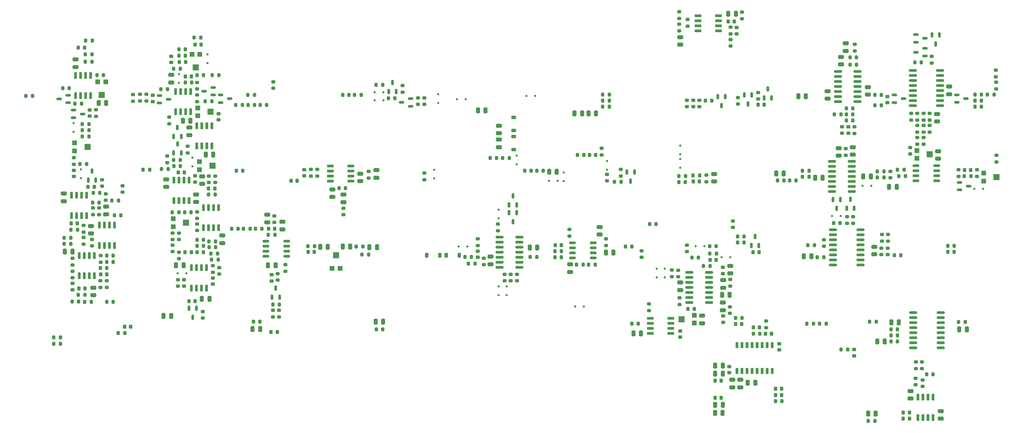
<source format=gbr>
%TF.GenerationSoftware,KiCad,Pcbnew,7.0.9*%
%TF.CreationDate,2023-12-31T11:37:50-06:00*%
%TF.ProjectId,SynthProj,53796e74-6850-4726-9f6a-2e6b69636164,rev?*%
%TF.SameCoordinates,Original*%
%TF.FileFunction,Paste,Top*%
%TF.FilePolarity,Positive*%
%FSLAX46Y46*%
G04 Gerber Fmt 4.6, Leading zero omitted, Abs format (unit mm)*
G04 Created by KiCad (PCBNEW 7.0.9) date 2023-12-31 11:37:50*
%MOMM*%
%LPD*%
G01*
G04 APERTURE LIST*
G04 Aperture macros list*
%AMRoundRect*
0 Rectangle with rounded corners*
0 $1 Rounding radius*
0 $2 $3 $4 $5 $6 $7 $8 $9 X,Y pos of 4 corners*
0 Add a 4 corners polygon primitive as box body*
4,1,4,$2,$3,$4,$5,$6,$7,$8,$9,$2,$3,0*
0 Add four circle primitives for the rounded corners*
1,1,$1+$1,$2,$3*
1,1,$1+$1,$4,$5*
1,1,$1+$1,$6,$7*
1,1,$1+$1,$8,$9*
0 Add four rect primitives between the rounded corners*
20,1,$1+$1,$2,$3,$4,$5,0*
20,1,$1+$1,$4,$5,$6,$7,0*
20,1,$1+$1,$6,$7,$8,$9,0*
20,1,$1+$1,$8,$9,$2,$3,0*%
G04 Aperture macros list end*
%ADD10RoundRect,0.250000X-0.475000X0.250000X-0.475000X-0.250000X0.475000X-0.250000X0.475000X0.250000X0*%
%ADD11R,1.200000X1.200000*%
%ADD12R,1.500000X1.600000*%
%ADD13RoundRect,0.200000X0.200000X0.275000X-0.200000X0.275000X-0.200000X-0.275000X0.200000X-0.275000X0*%
%ADD14RoundRect,0.200000X0.275000X-0.200000X0.275000X0.200000X-0.275000X0.200000X-0.275000X-0.200000X0*%
%ADD15RoundRect,0.150000X0.825000X0.150000X-0.825000X0.150000X-0.825000X-0.150000X0.825000X-0.150000X0*%
%ADD16RoundRect,0.125000X0.125000X0.125000X-0.125000X0.125000X-0.125000X-0.125000X0.125000X-0.125000X0*%
%ADD17RoundRect,0.200000X-0.275000X0.200000X-0.275000X-0.200000X0.275000X-0.200000X0.275000X0.200000X0*%
%ADD18RoundRect,0.250000X-0.250000X-0.475000X0.250000X-0.475000X0.250000X0.475000X-0.250000X0.475000X0*%
%ADD19RoundRect,0.250000X0.475000X-0.250000X0.475000X0.250000X-0.475000X0.250000X-0.475000X-0.250000X0*%
%ADD20RoundRect,0.200000X-0.200000X-0.275000X0.200000X-0.275000X0.200000X0.275000X-0.200000X0.275000X0*%
%ADD21RoundRect,0.125000X0.125000X-0.125000X0.125000X0.125000X-0.125000X0.125000X-0.125000X-0.125000X0*%
%ADD22RoundRect,0.225000X-0.225000X-0.250000X0.225000X-0.250000X0.225000X0.250000X-0.225000X0.250000X0*%
%ADD23RoundRect,0.150000X0.725000X0.150000X-0.725000X0.150000X-0.725000X-0.150000X0.725000X-0.150000X0*%
%ADD24RoundRect,0.225000X0.375000X-0.225000X0.375000X0.225000X-0.375000X0.225000X-0.375000X-0.225000X0*%
%ADD25RoundRect,0.150000X-0.825000X-0.150000X0.825000X-0.150000X0.825000X0.150000X-0.825000X0.150000X0*%
%ADD26RoundRect,0.225000X-0.375000X0.225000X-0.375000X-0.225000X0.375000X-0.225000X0.375000X0.225000X0*%
%ADD27RoundRect,0.150000X-0.725000X-0.150000X0.725000X-0.150000X0.725000X0.150000X-0.725000X0.150000X0*%
%ADD28RoundRect,0.150000X-0.512500X-0.150000X0.512500X-0.150000X0.512500X0.150000X-0.512500X0.150000X0*%
%ADD29RoundRect,0.150000X0.150000X-0.650000X0.150000X0.650000X-0.150000X0.650000X-0.150000X-0.650000X0*%
%ADD30RoundRect,0.150000X0.150000X-0.512500X0.150000X0.512500X-0.150000X0.512500X-0.150000X-0.512500X0*%
%ADD31RoundRect,0.125000X-0.125000X0.125000X-0.125000X-0.125000X0.125000X-0.125000X0.125000X0.125000X0*%
%ADD32RoundRect,0.150000X-0.150000X0.512500X-0.150000X-0.512500X0.150000X-0.512500X0.150000X0.512500X0*%
%ADD33RoundRect,0.225000X0.225000X0.250000X-0.225000X0.250000X-0.225000X-0.250000X0.225000X-0.250000X0*%
%ADD34RoundRect,0.150000X-0.837500X-0.150000X0.837500X-0.150000X0.837500X0.150000X-0.837500X0.150000X0*%
%ADD35RoundRect,0.150000X-0.150000X0.725000X-0.150000X-0.725000X0.150000X-0.725000X0.150000X0.725000X0*%
%ADD36RoundRect,0.250000X0.250000X0.475000X-0.250000X0.475000X-0.250000X-0.475000X0.250000X-0.475000X0*%
%ADD37RoundRect,0.150000X-0.675000X-0.150000X0.675000X-0.150000X0.675000X0.150000X-0.675000X0.150000X0*%
%ADD38R,1.600000X1.500000*%
%ADD39RoundRect,0.150000X0.512500X0.150000X-0.512500X0.150000X-0.512500X-0.150000X0.512500X-0.150000X0*%
%ADD40RoundRect,0.225000X0.250000X-0.225000X0.250000X0.225000X-0.250000X0.225000X-0.250000X-0.225000X0*%
%ADD41RoundRect,0.125000X-0.125000X-0.125000X0.125000X-0.125000X0.125000X0.125000X-0.125000X0.125000X0*%
%ADD42RoundRect,0.225000X-0.250000X0.225000X-0.250000X-0.225000X0.250000X-0.225000X0.250000X0.225000X0*%
%ADD43RoundRect,0.225000X-0.225000X-0.375000X0.225000X-0.375000X0.225000X0.375000X-0.225000X0.375000X0*%
%ADD44RoundRect,0.150000X0.150000X-0.725000X0.150000X0.725000X-0.150000X0.725000X-0.150000X-0.725000X0*%
%ADD45RoundRect,0.150000X0.837500X0.150000X-0.837500X0.150000X-0.837500X-0.150000X0.837500X-0.150000X0*%
%ADD46RoundRect,0.225000X0.225000X0.375000X-0.225000X0.375000X-0.225000X-0.375000X0.225000X-0.375000X0*%
G04 APERTURE END LIST*
D10*
%TO.C,C79*%
X325374000Y-180472000D03*
X325374000Y-182372000D03*
%TD*%
D11*
%TO.C,RV6*%
X393322400Y-180267600D03*
D12*
X396572400Y-181267600D03*
D11*
X393322400Y-182267600D03*
%TD*%
D13*
%TO.C,R291*%
X350625000Y-198450000D03*
X348975000Y-198450000D03*
%TD*%
D14*
%TO.C,R57*%
X163918600Y-178016400D03*
X163918600Y-176366400D03*
%TD*%
D15*
%TO.C,U28*%
X361529400Y-162179000D03*
X361529400Y-160909000D03*
X361529400Y-159639000D03*
X361529400Y-158369000D03*
X361529400Y-157099000D03*
X361529400Y-155829000D03*
X361529400Y-154559000D03*
X356579400Y-154559000D03*
X356579400Y-155829000D03*
X356579400Y-157099000D03*
X356579400Y-158369000D03*
X356579400Y-159639000D03*
X356579400Y-160909000D03*
X356579400Y-162179000D03*
%TD*%
D16*
%TO.C,D24*%
X280214000Y-160728200D03*
X278014000Y-160728200D03*
%TD*%
D17*
%TO.C,R219*%
X318516000Y-198425800D03*
X318516000Y-200075800D03*
%TD*%
D13*
%TO.C,R4*%
X385891400Y-198615800D03*
X384241400Y-198615800D03*
%TD*%
D18*
%TO.C,C147*%
X341000000Y-180300000D03*
X342900000Y-180300000D03*
%TD*%
D19*
%TO.C,C110*%
X322275200Y-218145400D03*
X322275200Y-216245400D03*
%TD*%
D20*
%TO.C,R263*%
X358686600Y-163908400D03*
X360336600Y-163908400D03*
%TD*%
D21*
%TO.C,D27*%
X254750000Y-181600000D03*
X254750000Y-179400000D03*
%TD*%
D14*
%TO.C,R290*%
X358851200Y-192900800D03*
X358851200Y-191250800D03*
%TD*%
D17*
%TO.C,R286*%
X329438000Y-207112600D03*
X329438000Y-208762600D03*
%TD*%
D20*
%TO.C,R91*%
X189065400Y-153898600D03*
X190715400Y-153898600D03*
%TD*%
D10*
%TO.C,C87*%
X316825000Y-207875000D03*
X316825000Y-209775000D03*
%TD*%
D18*
%TO.C,C88*%
X327350000Y-210950000D03*
X329250000Y-210950000D03*
%TD*%
D20*
%TO.C,R60*%
X165025000Y-211010000D03*
X166675000Y-211010000D03*
%TD*%
D17*
%TO.C,R185*%
X194945000Y-160529000D03*
X194945000Y-162179000D03*
%TD*%
D19*
%TO.C,C41*%
X236093000Y-182306000D03*
X236093000Y-180406000D03*
%TD*%
D13*
%TO.C,R28*%
X392772400Y-163449000D03*
X391122400Y-163449000D03*
%TD*%
D22*
%TO.C,C20*%
X163195000Y-192977000D03*
X164745000Y-192977000D03*
%TD*%
D23*
%TO.C,U13*%
X326475800Y-144322800D03*
X326475800Y-143052800D03*
X326475800Y-141782800D03*
X326475800Y-140512800D03*
X321325800Y-140512800D03*
X321325800Y-141782800D03*
X321325800Y-143052800D03*
X321325800Y-144322800D03*
%TD*%
D17*
%TO.C,R120*%
X215315800Y-205600800D03*
X215315800Y-207250800D03*
%TD*%
D24*
%TO.C,D21*%
X274777200Y-169455600D03*
X274777200Y-166155600D03*
%TD*%
D14*
%TO.C,R208*%
X214100000Y-216525000D03*
X214100000Y-214875000D03*
%TD*%
D22*
%TO.C,C107*%
X320077800Y-182334400D03*
X321627800Y-182334400D03*
%TD*%
D13*
%TO.C,R87*%
X193611000Y-157378400D03*
X191961000Y-157378400D03*
%TD*%
D17*
%TO.C,R154*%
X272491200Y-205804000D03*
X272491200Y-207454000D03*
%TD*%
D13*
%TO.C,R55*%
X167092600Y-177965600D03*
X165442600Y-177965600D03*
%TD*%
D19*
%TO.C,C36*%
X382524000Y-242250000D03*
X382524000Y-240350000D03*
%TD*%
D20*
%TO.C,R282*%
X366525000Y-181350000D03*
X368175000Y-181350000D03*
%TD*%
D13*
%TO.C,R134*%
X270496800Y-176416200D03*
X268846800Y-176416200D03*
%TD*%
D19*
%TO.C,C81*%
X268960600Y-203250800D03*
X268960600Y-201350800D03*
%TD*%
D14*
%TO.C,R22*%
X379730000Y-169889600D03*
X379730000Y-168239600D03*
%TD*%
%TO.C,R285*%
X329300000Y-215650000D03*
X329300000Y-214000000D03*
%TD*%
D13*
%TO.C,R141*%
X244871800Y-161395600D03*
X243221800Y-161395600D03*
%TD*%
D20*
%TO.C,R245*%
X240144800Y-219710000D03*
X241794800Y-219710000D03*
%TD*%
D25*
%TO.C,U15*%
X271275000Y-196440000D03*
X271275000Y-197710000D03*
X271275000Y-198980000D03*
X271275000Y-200250000D03*
X271275000Y-201520000D03*
X271275000Y-202790000D03*
X271275000Y-204060000D03*
X276225000Y-204060000D03*
X276225000Y-202790000D03*
X276225000Y-201520000D03*
X276225000Y-200250000D03*
X276225000Y-198980000D03*
X276225000Y-197710000D03*
X276225000Y-196440000D03*
%TD*%
D14*
%TO.C,R174*%
X316650000Y-213400000D03*
X316650000Y-211750000D03*
%TD*%
D17*
%TO.C,R51*%
X170200000Y-189075000D03*
X170200000Y-190725000D03*
%TD*%
D26*
%TO.C,D20*%
X274777200Y-171032400D03*
X274777200Y-174332400D03*
%TD*%
D20*
%TO.C,R189*%
X194958200Y-155498800D03*
X196608200Y-155498800D03*
%TD*%
D17*
%TO.C,R50*%
X168700000Y-189075000D03*
X168700000Y-190725000D03*
%TD*%
D10*
%TO.C,C94*%
X196189600Y-181041000D03*
X196189600Y-182941000D03*
%TD*%
D13*
%TO.C,R70*%
X190374400Y-190128600D03*
X188724400Y-190128600D03*
%TD*%
%TO.C,R186*%
X212518600Y-163041800D03*
X210868600Y-163041800D03*
%TD*%
D14*
%TO.C,R298*%
X358571800Y-175729400D03*
X358571800Y-174079400D03*
%TD*%
D19*
%TO.C,C76*%
X271100000Y-170200000D03*
X271100000Y-168300000D03*
%TD*%
D17*
%TO.C,R194*%
X198958200Y-203632800D03*
X198958200Y-205282800D03*
%TD*%
D19*
%TO.C,C58*%
X212623400Y-192643800D03*
X212623400Y-190743800D03*
%TD*%
D27*
%TO.C,U11*%
X228565000Y-178499000D03*
X228565000Y-179769000D03*
X228565000Y-181039000D03*
X228565000Y-182309000D03*
X233715000Y-182309000D03*
X233715000Y-181039000D03*
X233715000Y-179769000D03*
X233715000Y-178499000D03*
%TD*%
D20*
%TO.C,R150*%
X263398000Y-203098400D03*
X265048000Y-203098400D03*
%TD*%
D14*
%TO.C,R203*%
X194945000Y-191693800D03*
X194945000Y-190043800D03*
%TD*%
%TO.C,R6*%
X369798600Y-181444400D03*
X369798600Y-179794400D03*
%TD*%
D20*
%TO.C,R270*%
X341325000Y-182100000D03*
X342975000Y-182100000D03*
%TD*%
D13*
%TO.C,R63*%
X165100000Y-212660000D03*
X163450000Y-212660000D03*
%TD*%
D22*
%TO.C,C30*%
X190221400Y-180044800D03*
X191771400Y-180044800D03*
%TD*%
D27*
%TO.C,U20*%
X309235400Y-216890600D03*
X309235400Y-218160600D03*
X309235400Y-219430600D03*
X309235400Y-220700600D03*
X314385400Y-220700600D03*
X314385400Y-219430600D03*
X314385400Y-218160600D03*
X314385400Y-216890600D03*
%TD*%
D13*
%TO.C,R102*%
X371588800Y-222758000D03*
X369938800Y-222758000D03*
%TD*%
D19*
%TO.C,C35*%
X374904000Y-237170000D03*
X374904000Y-235270000D03*
%TD*%
D28*
%TO.C,Q4*%
X376201800Y-145275800D03*
X376201800Y-147175800D03*
X378476800Y-146225800D03*
%TD*%
D20*
%TO.C,R199*%
X197967600Y-198983600D03*
X199617600Y-198983600D03*
%TD*%
D13*
%TO.C,R135*%
X241773000Y-157992000D03*
X240123000Y-157992000D03*
%TD*%
D17*
%TO.C,R29*%
X379730000Y-165202600D03*
X379730000Y-166852600D03*
%TD*%
D29*
%TO.C,U31*%
X331110000Y-230200000D03*
X332380000Y-230200000D03*
X333650000Y-230200000D03*
X334920000Y-230200000D03*
X336190000Y-230200000D03*
X337460000Y-230200000D03*
X338730000Y-230200000D03*
X340000000Y-230200000D03*
X340000000Y-223700000D03*
X338730000Y-223700000D03*
X337460000Y-223700000D03*
X336190000Y-223700000D03*
X334920000Y-223700000D03*
X333650000Y-223700000D03*
X332380000Y-223700000D03*
X331110000Y-223700000D03*
%TD*%
D19*
%TO.C,C142*%
X331978000Y-234310000D03*
X331978000Y-232410000D03*
%TD*%
D18*
%TO.C,C82*%
X278831000Y-199009000D03*
X280731000Y-199009000D03*
%TD*%
D22*
%TO.C,C34*%
X170624400Y-205804000D03*
X172174400Y-205804000D03*
%TD*%
D16*
%TO.C,D18*%
X263075600Y-198755000D03*
X260875600Y-198755000D03*
%TD*%
D14*
%TO.C,R90*%
X176149000Y-185102000D03*
X176149000Y-183452000D03*
%TD*%
D10*
%TO.C,C42*%
X229108000Y-184343000D03*
X229108000Y-186243000D03*
%TD*%
D13*
%TO.C,R171*%
X332892800Y-196215000D03*
X331242800Y-196215000D03*
%TD*%
D17*
%TO.C,R35*%
X163547000Y-205028000D03*
X163547000Y-206678000D03*
%TD*%
%TO.C,R12*%
X378162500Y-171272200D03*
X378162500Y-172922200D03*
%TD*%
D14*
%TO.C,R58*%
X163525000Y-203410000D03*
X163525000Y-201760000D03*
%TD*%
D13*
%TO.C,R184*%
X200431400Y-155486600D03*
X198781400Y-155486600D03*
%TD*%
D30*
%TO.C,Q9*%
X167515000Y-181990000D03*
X169415000Y-181990000D03*
X168465000Y-179715000D03*
%TD*%
D14*
%TO.C,R3*%
X231902000Y-190754000D03*
X231902000Y-189104000D03*
%TD*%
D17*
%TO.C,R278*%
X338455000Y-217615000D03*
X338455000Y-219265000D03*
%TD*%
D18*
%TO.C,C64*%
X325562000Y-240792000D03*
X327462000Y-240792000D03*
%TD*%
D17*
%TO.C,R20*%
X375056400Y-165202600D03*
X375056400Y-166852600D03*
%TD*%
D13*
%TO.C,R211*%
X306234600Y-218287600D03*
X304584600Y-218287600D03*
%TD*%
D14*
%TO.C,R302*%
X367550000Y-200825000D03*
X367550000Y-199175000D03*
%TD*%
D10*
%TO.C,C25*%
X188400000Y-155450000D03*
X188400000Y-157350000D03*
%TD*%
D20*
%TO.C,R121*%
X222923600Y-198678800D03*
X224573600Y-198678800D03*
%TD*%
D16*
%TO.C,D82*%
X364980400Y-183489600D03*
X362780400Y-183489600D03*
%TD*%
D14*
%TO.C,R109*%
X377901200Y-234124000D03*
X377901200Y-232474000D03*
%TD*%
D31*
%TO.C,D37*%
X310845200Y-204348400D03*
X310845200Y-206548400D03*
%TD*%
D20*
%TO.C,R264*%
X358686600Y-166956400D03*
X360336600Y-166956400D03*
%TD*%
D10*
%TO.C,C11*%
X384606800Y-158409600D03*
X384606800Y-160309600D03*
%TD*%
D20*
%TO.C,R288*%
X348755200Y-218211400D03*
X350405200Y-218211400D03*
%TD*%
D17*
%TO.C,R96*%
X172186600Y-207430600D03*
X172186600Y-209080600D03*
%TD*%
D13*
%TO.C,R85*%
X192025000Y-149000000D03*
X190375000Y-149000000D03*
%TD*%
D16*
%TO.C,D1*%
X393195600Y-184243600D03*
X390995600Y-184243600D03*
%TD*%
D13*
%TO.C,R187*%
X209460600Y-163030400D03*
X207810600Y-163030400D03*
%TD*%
D32*
%TO.C,Q15*%
X275550000Y-190212500D03*
X273650000Y-190212500D03*
X274600000Y-192487500D03*
%TD*%
D13*
%TO.C,R113*%
X236784600Y-198740400D03*
X235134600Y-198740400D03*
%TD*%
D17*
%TO.C,R76*%
X194462400Y-180898800D03*
X194462400Y-182548800D03*
%TD*%
D33*
%TO.C,C32*%
X193561000Y-155829000D03*
X192011000Y-155829000D03*
%TD*%
D14*
%TO.C,R98*%
X376245000Y-229572600D03*
X376245000Y-227922600D03*
%TD*%
D33*
%TO.C,C45*%
X233250000Y-160488000D03*
X231700000Y-160488000D03*
%TD*%
D20*
%TO.C,R300*%
X351350000Y-201450000D03*
X353000000Y-201450000D03*
%TD*%
D18*
%TO.C,C115*%
X238419600Y-198983600D03*
X240319600Y-198983600D03*
%TD*%
D34*
%TO.C,U2*%
X375431700Y-154292800D03*
X375431700Y-155562800D03*
X375431700Y-156832800D03*
X375431700Y-158102800D03*
X375431700Y-159372800D03*
X375431700Y-160642800D03*
X375431700Y-161912800D03*
X375431700Y-163182800D03*
X382356700Y-163182800D03*
X382356700Y-161912800D03*
X382356700Y-160642800D03*
X382356700Y-159372800D03*
X382356700Y-158102800D03*
X382356700Y-156832800D03*
X382356700Y-155562800D03*
X382356700Y-154292800D03*
%TD*%
D35*
%TO.C,U8*%
X174091600Y-193348400D03*
X172821600Y-193348400D03*
X171551600Y-193348400D03*
X170281600Y-193348400D03*
X170281600Y-198498400D03*
X171551600Y-198498400D03*
X172821600Y-198498400D03*
X174091600Y-198498400D03*
%TD*%
D20*
%TO.C,R100*%
X387007600Y-217830400D03*
X388657600Y-217830400D03*
%TD*%
%TO.C,R44*%
X164180000Y-162740000D03*
X165830000Y-162740000D03*
%TD*%
D36*
%TO.C,C63*%
X327528000Y-228854000D03*
X325628000Y-228854000D03*
%TD*%
D22*
%TO.C,C90*%
X324319600Y-202146400D03*
X325869600Y-202146400D03*
%TD*%
D13*
%TO.C,R10*%
X385891400Y-200139800D03*
X384241400Y-200139800D03*
%TD*%
D36*
%TO.C,C74*%
X299958800Y-200343000D03*
X298058800Y-200343000D03*
%TD*%
D14*
%TO.C,R279*%
X336400000Y-161525000D03*
X336400000Y-159875000D03*
%TD*%
D17*
%TO.C,R124*%
X316560200Y-139535400D03*
X316560200Y-141185400D03*
%TD*%
D14*
%TO.C,R201*%
X194970400Y-194716400D03*
X194970400Y-193066400D03*
%TD*%
D37*
%TO.C,U12*%
X212309800Y-197434200D03*
X212309800Y-198704200D03*
X212309800Y-199974200D03*
X212309800Y-201244200D03*
X217559800Y-201244200D03*
X217559800Y-199974200D03*
X217559800Y-198704200D03*
X217559800Y-197434200D03*
%TD*%
D14*
%TO.C,R202*%
X196418200Y-216814400D03*
X196418200Y-215164400D03*
%TD*%
D19*
%TO.C,C28*%
X194691000Y-187513000D03*
X194691000Y-185613000D03*
%TD*%
D14*
%TO.C,R81*%
X195000000Y-159025000D03*
X195000000Y-157375000D03*
%TD*%
%TO.C,R146*%
X267233400Y-203352400D03*
X267233400Y-201702400D03*
%TD*%
D28*
%TO.C,Q20*%
X200868700Y-160517800D03*
X200868700Y-162417800D03*
X203143700Y-161467800D03*
%TD*%
D11*
%TO.C,RV25*%
X228997000Y-204238000D03*
D38*
X229997000Y-200988000D03*
D11*
X230997000Y-204238000D03*
%TD*%
D19*
%TO.C,C89*%
X327600000Y-209150000D03*
X327600000Y-207250000D03*
%TD*%
D39*
%TO.C,Q3*%
X378476800Y-150681000D03*
X378476800Y-148781000D03*
X376201800Y-149731000D03*
%TD*%
D10*
%TO.C,C95*%
X201269600Y-196001600D03*
X201269600Y-197901600D03*
%TD*%
D20*
%TO.C,R213*%
X309055000Y-193065400D03*
X310705000Y-193065400D03*
%TD*%
D22*
%TO.C,C146*%
X340850000Y-234700000D03*
X342400000Y-234700000D03*
%TD*%
D20*
%TO.C,R178*%
X207773000Y-160515800D03*
X209423000Y-160515800D03*
%TD*%
D10*
%TO.C,C12*%
X381533400Y-165293000D03*
X381533400Y-167193000D03*
%TD*%
D40*
%TO.C,C114*%
X221996000Y-180925000D03*
X221996000Y-179375000D03*
%TD*%
D31*
%TO.C,D26*%
X255778000Y-160326800D03*
X255778000Y-162526800D03*
%TD*%
D10*
%TO.C,C51*%
X216500000Y-192550000D03*
X216500000Y-194450000D03*
%TD*%
D20*
%TO.C,R73*%
X186017400Y-179247800D03*
X187667400Y-179247800D03*
%TD*%
D41*
%TO.C,D15*%
X239746400Y-159820800D03*
X241946400Y-159820800D03*
%TD*%
D17*
%TO.C,R188*%
X190423800Y-200203800D03*
X190423800Y-201853800D03*
%TD*%
%TO.C,R145*%
X296976800Y-174003200D03*
X296976800Y-175653200D03*
%TD*%
D31*
%TO.C,D3*%
X165697600Y-179337200D03*
X165697600Y-181537200D03*
%TD*%
D30*
%TO.C,Q18*%
X243300000Y-159637500D03*
X245200000Y-159637500D03*
X244250000Y-157362500D03*
%TD*%
D11*
%TO.C,RV45*%
X195126200Y-163783000D03*
D12*
X198376200Y-164783000D03*
D11*
X195126200Y-165783000D03*
%TD*%
D17*
%TO.C,R155*%
X298297600Y-180556400D03*
X298297600Y-182206400D03*
%TD*%
D33*
%TO.C,C105*%
X199428400Y-184112400D03*
X197878400Y-184112400D03*
%TD*%
D20*
%TO.C,R103*%
X369938800Y-221234000D03*
X371588800Y-221234000D03*
%TD*%
D36*
%TO.C,C15*%
X188402000Y-216331800D03*
X186502000Y-216331800D03*
%TD*%
%TO.C,C6*%
X163535400Y-200025000D03*
X161635400Y-200025000D03*
%TD*%
D14*
%TO.C,R18*%
X374751600Y-175437800D03*
X374751600Y-173787800D03*
%TD*%
D37*
%TO.C,U1*%
X376258000Y-178372000D03*
X376258000Y-179642000D03*
X376258000Y-180912000D03*
X376258000Y-182182000D03*
X381508000Y-182182000D03*
X381508000Y-180912000D03*
X381508000Y-179642000D03*
X381508000Y-178372000D03*
%TD*%
D42*
%TO.C,C8*%
X369064400Y-160934600D03*
X369064400Y-162484600D03*
%TD*%
D20*
%TO.C,R244*%
X236538000Y-200837800D03*
X238188000Y-200837800D03*
%TD*%
D13*
%TO.C,R196*%
X196582800Y-197091800D03*
X194932800Y-197091800D03*
%TD*%
D17*
%TO.C,R130*%
X318643000Y-141465800D03*
X318643000Y-143115800D03*
%TD*%
D18*
%TO.C,C69*%
X283750000Y-179900000D03*
X285650000Y-179900000D03*
%TD*%
D13*
%TO.C,R5*%
X392772400Y-160451800D03*
X391122400Y-160451800D03*
%TD*%
D21*
%TO.C,D30*%
X271018000Y-191664000D03*
X271018000Y-189464000D03*
%TD*%
D14*
%TO.C,R19*%
X376613100Y-166852600D03*
X376613100Y-165202600D03*
%TD*%
D22*
%TO.C,C102*%
X192925400Y-212585800D03*
X194475400Y-212585800D03*
%TD*%
D18*
%TO.C,C99*%
X387162000Y-219710000D03*
X389062000Y-219710000D03*
%TD*%
D13*
%TO.C,R207*%
X199516000Y-185661800D03*
X197866000Y-185661800D03*
%TD*%
D20*
%TO.C,R197*%
X198450200Y-200588400D03*
X200100200Y-200588400D03*
%TD*%
D42*
%TO.C,C103*%
X198958200Y-206718400D03*
X198958200Y-208268400D03*
%TD*%
D20*
%TO.C,R289*%
X355486200Y-192850000D03*
X357136200Y-192850000D03*
%TD*%
%TO.C,R159*%
X290665400Y-203377800D03*
X292315400Y-203377800D03*
%TD*%
%TO.C,R215*%
X300225000Y-182400000D03*
X301875000Y-182400000D03*
%TD*%
%TO.C,R193*%
X194932800Y-198641200D03*
X196582800Y-198641200D03*
%TD*%
D28*
%TO.C,Q6*%
X386593500Y-160467000D03*
X386593500Y-162367000D03*
X388868500Y-161417000D03*
%TD*%
D20*
%TO.C,R83*%
X174104800Y-190931800D03*
X175754800Y-190931800D03*
%TD*%
D17*
%TO.C,R304*%
X369100000Y-199175000D03*
X369100000Y-200825000D03*
%TD*%
D36*
%TO.C,C37*%
X368361000Y-222758000D03*
X366461000Y-222758000D03*
%TD*%
D17*
%TO.C,R179*%
X214198200Y-157164000D03*
X214198200Y-158814000D03*
%TD*%
D11*
%TO.C,RV39*%
X320392200Y-218119200D03*
D12*
X317142200Y-217119200D03*
D11*
X320392200Y-216119200D03*
%TD*%
D36*
%TO.C,C47*%
X233580200Y-198740400D03*
X231680200Y-198740400D03*
%TD*%
D35*
%TO.C,U3*%
X168125000Y-155565000D03*
X166855000Y-155565000D03*
X165585000Y-155565000D03*
X164315000Y-155565000D03*
X164315000Y-160715000D03*
X165585000Y-160715000D03*
X166855000Y-160715000D03*
X168125000Y-160715000D03*
%TD*%
D36*
%TO.C,C75*%
X292059400Y-165164000D03*
X290159400Y-165164000D03*
%TD*%
D11*
%TO.C,RV11*%
X164070000Y-172630000D03*
D12*
X167320000Y-173630000D03*
D11*
X164070000Y-174630000D03*
%TD*%
D13*
%TO.C,R32*%
X162725000Y-158850000D03*
X161075000Y-158850000D03*
%TD*%
D19*
%TO.C,C162*%
X360293400Y-175608600D03*
X360293400Y-173708600D03*
%TD*%
D17*
%TO.C,R151*%
X275666200Y-205791800D03*
X275666200Y-207441800D03*
%TD*%
D14*
%TO.C,R1*%
X396417800Y-155917400D03*
X396417800Y-154267400D03*
%TD*%
D32*
%TO.C,Q26*%
X194828200Y-214343900D03*
X192928200Y-214343900D03*
X193878200Y-216618900D03*
%TD*%
D21*
%TO.C,D4*%
X193776600Y-178524400D03*
X193776600Y-176324400D03*
%TD*%
D17*
%TO.C,R23*%
X391617200Y-179426600D03*
X391617200Y-181076600D03*
%TD*%
D31*
%TO.C,D29*%
X273024600Y-208844200D03*
X273024600Y-211044200D03*
%TD*%
D18*
%TO.C,C98*%
X370017000Y-217932000D03*
X371917000Y-217932000D03*
%TD*%
D17*
%TO.C,R294*%
X353050000Y-197075000D03*
X353050000Y-198725000D03*
%TD*%
D22*
%TO.C,C68*%
X325602000Y-236982000D03*
X327152000Y-236982000D03*
%TD*%
D19*
%TO.C,C96*%
X192989200Y-168737200D03*
X192989200Y-170637200D03*
%TD*%
D17*
%TO.C,R54*%
X170675000Y-201091000D03*
X170675000Y-202741000D03*
%TD*%
D33*
%TO.C,C71*%
X286816800Y-198438000D03*
X285266800Y-198438000D03*
%TD*%
%TO.C,C151*%
X337962400Y-162987600D03*
X336412400Y-162987600D03*
%TD*%
D41*
%TO.C,D11*%
X290322000Y-213957400D03*
X292522000Y-213957400D03*
%TD*%
D10*
%TO.C,C4*%
X381787400Y-174716400D03*
X381787400Y-176616400D03*
%TD*%
D18*
%TO.C,C148*%
X346588000Y-160846000D03*
X348488000Y-160846000D03*
%TD*%
D20*
%TO.C,R7*%
X365902600Y-160515800D03*
X367552600Y-160515800D03*
%TD*%
D41*
%TO.C,D35*%
X190009600Y-205511400D03*
X192209600Y-205511400D03*
%TD*%
D22*
%TO.C,C59*%
X222973600Y-200152000D03*
X224523600Y-200152000D03*
%TD*%
D28*
%TO.C,Q7*%
X163785000Y-164350000D03*
X163785000Y-166250000D03*
X166060000Y-165300000D03*
%TD*%
D20*
%TO.C,R295*%
X347625000Y-179600000D03*
X349275000Y-179600000D03*
%TD*%
D36*
%TO.C,C43*%
X364850000Y-181050000D03*
X362950000Y-181050000D03*
%TD*%
D17*
%TO.C,R27*%
X380234900Y-150811000D03*
X380234900Y-152461000D03*
%TD*%
D20*
%TO.C,R127*%
X297269400Y-163462200D03*
X298919400Y-163462200D03*
%TD*%
D28*
%TO.C,Q12*%
X185506500Y-160664400D03*
X185506500Y-162564400D03*
X187781500Y-161614400D03*
%TD*%
D20*
%TO.C,R36*%
X166800000Y-152100000D03*
X168450000Y-152100000D03*
%TD*%
D14*
%TO.C,R175*%
X323400000Y-182400000D03*
X323400000Y-180750000D03*
%TD*%
D13*
%TO.C,R214*%
X304634400Y-198780400D03*
X302984400Y-198780400D03*
%TD*%
D36*
%TO.C,C2*%
X172019000Y-162560000D03*
X170119000Y-162560000D03*
%TD*%
D14*
%TO.C,R164*%
X314706000Y-206375000D03*
X314706000Y-204725000D03*
%TD*%
D17*
%TO.C,R273*%
X331400000Y-161175000D03*
X331400000Y-162825000D03*
%TD*%
D19*
%TO.C,C158*%
X358571800Y-149387600D03*
X358571800Y-147487600D03*
%TD*%
D10*
%TO.C,C78*%
X271100000Y-171784800D03*
X271100000Y-173684800D03*
%TD*%
D20*
%TO.C,R173*%
X318707000Y-214503000D03*
X320357000Y-214503000D03*
%TD*%
D13*
%TO.C,R41*%
X176720000Y-220649800D03*
X175070000Y-220649800D03*
%TD*%
D14*
%TO.C,R69*%
X188798200Y-200089000D03*
X188798200Y-198439000D03*
%TD*%
D15*
%TO.C,U29*%
X360056200Y-184925200D03*
X360056200Y-183655200D03*
X360056200Y-182385200D03*
X360056200Y-181115200D03*
X360056200Y-179845200D03*
X360056200Y-178575200D03*
X360056200Y-177305200D03*
X355106200Y-177305200D03*
X355106200Y-178575200D03*
X355106200Y-179845200D03*
X355106200Y-181115200D03*
X355106200Y-182385200D03*
X355106200Y-183655200D03*
X355106200Y-184925200D03*
%TD*%
D40*
%TO.C,C72*%
X265760200Y-201473400D03*
X265760200Y-199923400D03*
%TD*%
D17*
%TO.C,R17*%
X378162500Y-165202600D03*
X378162500Y-166852600D03*
%TD*%
D21*
%TO.C,D14*%
X271018000Y-211044200D03*
X271018000Y-208844200D03*
%TD*%
D14*
%TO.C,R129*%
X318465200Y-163486600D03*
X318465200Y-161836600D03*
%TD*%
%TO.C,R138*%
X288848800Y-196126600D03*
X288848800Y-194476600D03*
%TD*%
D13*
%TO.C,R40*%
X167675000Y-169425000D03*
X166025000Y-169425000D03*
%TD*%
D31*
%TO.C,D25*%
X275539200Y-175798800D03*
X275539200Y-177998800D03*
%TD*%
D33*
%TO.C,C9*%
X390055400Y-179489600D03*
X388505400Y-179489600D03*
%TD*%
D36*
%TO.C,C44*%
X352700000Y-181400000D03*
X350800000Y-181400000D03*
%TD*%
D17*
%TO.C,R301*%
X369240400Y-195733400D03*
X369240400Y-197383400D03*
%TD*%
D10*
%TO.C,C14*%
X161366200Y-185435200D03*
X161366200Y-187335200D03*
%TD*%
D36*
%TO.C,C116*%
X241894400Y-217728800D03*
X239994400Y-217728800D03*
%TD*%
D14*
%TO.C,R42*%
X169515000Y-165900000D03*
X169515000Y-164250000D03*
%TD*%
%TO.C,R97*%
X170586400Y-209080600D03*
X170586400Y-207430600D03*
%TD*%
D10*
%TO.C,C161*%
X356717600Y-173929000D03*
X356717600Y-175829000D03*
%TD*%
D43*
%TO.C,D22*%
X257760200Y-201015600D03*
X261060200Y-201015600D03*
%TD*%
D42*
%TO.C,C18*%
X167885000Y-164300000D03*
X167885000Y-165850000D03*
%TD*%
D19*
%TO.C,C65*%
X316814200Y-147812800D03*
X316814200Y-145912800D03*
%TD*%
D14*
%TO.C,R74*%
X187400000Y-177600000D03*
X187400000Y-175950000D03*
%TD*%
D13*
%TO.C,R221*%
X321677800Y-180810400D03*
X320027800Y-180810400D03*
%TD*%
D17*
%TO.C,R144*%
X265760200Y-196851000D03*
X265760200Y-198501000D03*
%TD*%
D13*
%TO.C,R14*%
X373239800Y-179374800D03*
X371589800Y-179374800D03*
%TD*%
D17*
%TO.C,R65*%
X180594000Y-162026600D03*
X180594000Y-160376600D03*
%TD*%
D18*
%TO.C,C23*%
X189650000Y-203525000D03*
X191550000Y-203525000D03*
%TD*%
D20*
%TO.C,R106*%
X373012200Y-242240000D03*
X374662200Y-242240000D03*
%TD*%
%TO.C,R26*%
X388455400Y-181013600D03*
X390105400Y-181013600D03*
%TD*%
%TO.C,R182*%
X203675000Y-194297800D03*
X205325000Y-194297800D03*
%TD*%
D40*
%TO.C,C104*%
X191617600Y-208750200D03*
X191617600Y-207200200D03*
%TD*%
D19*
%TO.C,C3*%
X168757600Y-211058800D03*
X168757600Y-209158800D03*
%TD*%
D44*
%TO.C,U10*%
X376732800Y-241944600D03*
X378002800Y-241944600D03*
X379272800Y-241944600D03*
X380542800Y-241944600D03*
X380542800Y-236794600D03*
X379272800Y-236794600D03*
X378002800Y-236794600D03*
X376732800Y-236794600D03*
%TD*%
D30*
%TO.C,Q11*%
X189050000Y-171037500D03*
X190950000Y-171037500D03*
X190000000Y-168762500D03*
%TD*%
D13*
%TO.C,R67*%
X193446800Y-190128600D03*
X191796800Y-190128600D03*
%TD*%
D42*
%TO.C,C143*%
X329184000Y-229082000D03*
X329184000Y-230632000D03*
%TD*%
D20*
%TO.C,R78*%
X189065400Y-176898800D03*
X190715400Y-176898800D03*
%TD*%
D10*
%TO.C,C40*%
X296500000Y-193870000D03*
X296500000Y-195770000D03*
%TD*%
D14*
%TO.C,R34*%
X163525000Y-209735000D03*
X163525000Y-208085000D03*
%TD*%
D36*
%TO.C,C5*%
X371383600Y-183743600D03*
X369483600Y-183743600D03*
%TD*%
D14*
%TO.C,R72*%
X190347600Y-197014600D03*
X190347600Y-195364600D03*
%TD*%
D25*
%TO.C,U16*%
X319089000Y-205335800D03*
X319089000Y-206605800D03*
X319089000Y-207875800D03*
X319089000Y-209145800D03*
X319089000Y-210415800D03*
X319089000Y-211685800D03*
X319089000Y-212955800D03*
X324039000Y-212955800D03*
X324039000Y-211685800D03*
X324039000Y-210415800D03*
X324039000Y-209145800D03*
X324039000Y-207875800D03*
X324039000Y-206605800D03*
X324039000Y-205335800D03*
%TD*%
D33*
%TO.C,C152*%
X339867000Y-220827600D03*
X338317000Y-220827600D03*
%TD*%
D13*
%TO.C,R89*%
X187475000Y-159050000D03*
X185825000Y-159050000D03*
%TD*%
D17*
%TO.C,R152*%
X252277600Y-161262200D03*
X252277600Y-162912200D03*
%TD*%
D19*
%TO.C,C48*%
X240131600Y-181391600D03*
X240131600Y-179491600D03*
%TD*%
D13*
%TO.C,R75*%
X195886400Y-146062000D03*
X194236400Y-146062000D03*
%TD*%
D14*
%TO.C,R161*%
X270789400Y-194767200D03*
X270789400Y-193117200D03*
%TD*%
D20*
%TO.C,R170*%
X324269600Y-200571600D03*
X325919600Y-200571600D03*
%TD*%
D14*
%TO.C,R110*%
X376174000Y-233666800D03*
X376174000Y-232016800D03*
%TD*%
D31*
%TO.C,D5*%
X190350000Y-155250000D03*
X190350000Y-157450000D03*
%TD*%
D40*
%TO.C,C150*%
X341800000Y-224850000D03*
X341800000Y-223300000D03*
%TD*%
D10*
%TO.C,C39*%
X289025000Y-203300000D03*
X289025000Y-205200000D03*
%TD*%
D16*
%TO.C,D31*%
X322918000Y-198692000D03*
X320718000Y-198692000D03*
%TD*%
D40*
%TO.C,C61*%
X320065400Y-163436600D03*
X320065400Y-161886600D03*
%TD*%
D13*
%TO.C,R166*%
X324319400Y-203721200D03*
X322669400Y-203721200D03*
%TD*%
D16*
%TO.C,D9*%
X285884800Y-182219600D03*
X283684800Y-182219600D03*
%TD*%
D20*
%TO.C,R47*%
X168775000Y-185250000D03*
X170425000Y-185250000D03*
%TD*%
D17*
%TO.C,R200*%
X200507600Y-204076800D03*
X200507600Y-205726800D03*
%TD*%
D20*
%TO.C,R45*%
X166040000Y-167850000D03*
X167690000Y-167850000D03*
%TD*%
D32*
%TO.C,Q21*%
X334852000Y-160516800D03*
X332952000Y-160516800D03*
X333902000Y-162791800D03*
%TD*%
D20*
%TO.C,R280*%
X359626400Y-152908000D03*
X361276400Y-152908000D03*
%TD*%
D33*
%TO.C,C100*%
X193484800Y-200190600D03*
X191934800Y-200190600D03*
%TD*%
D10*
%TO.C,C50*%
X365750000Y-198850000D03*
X365750000Y-200750000D03*
%TD*%
D44*
%TO.C,U19*%
X196596000Y-194069200D03*
X197866000Y-194069200D03*
X199136000Y-194069200D03*
X200406000Y-194069200D03*
X200406000Y-188919200D03*
X199136000Y-188919200D03*
X197866000Y-188919200D03*
X196596000Y-188919200D03*
%TD*%
D13*
%TO.C,R136*%
X282257000Y-179616600D03*
X280607000Y-179616600D03*
%TD*%
D17*
%TO.C,R275*%
X360857800Y-147739600D03*
X360857800Y-149389600D03*
%TD*%
D36*
%TO.C,C97*%
X199059800Y-175539400D03*
X197159800Y-175539400D03*
%TD*%
D20*
%TO.C,R277*%
X330725000Y-216825000D03*
X332375000Y-216825000D03*
%TD*%
D13*
%TO.C,R30*%
X168450000Y-150290000D03*
X166800000Y-150290000D03*
%TD*%
D18*
%TO.C,C60*%
X226024400Y-198831200D03*
X227924400Y-198831200D03*
%TD*%
D33*
%TO.C,C19*%
X169025000Y-183740000D03*
X167475000Y-183740000D03*
%TD*%
D20*
%TO.C,R117*%
X214075000Y-213400000D03*
X215725000Y-213400000D03*
%TD*%
D44*
%TO.C,U17*%
X194843400Y-173419000D03*
X196113400Y-173419000D03*
X197383400Y-173419000D03*
X198653400Y-173419000D03*
X198653400Y-168269000D03*
X197383400Y-168269000D03*
X196113400Y-168269000D03*
X194843400Y-168269000D03*
%TD*%
D13*
%TO.C,R276*%
X361251000Y-151003000D03*
X359601000Y-151003000D03*
%TD*%
D17*
%TO.C,R118*%
X214426800Y-191046600D03*
X214426800Y-192696600D03*
%TD*%
D14*
%TO.C,R217*%
X307086000Y-201510400D03*
X307086000Y-199860400D03*
%TD*%
D20*
%TO.C,R16*%
X365888000Y-163132000D03*
X367538000Y-163132000D03*
%TD*%
D14*
%TO.C,R205*%
X215600000Y-216525000D03*
X215600000Y-214875000D03*
%TD*%
D22*
%TO.C,C91*%
X335128000Y-200253600D03*
X336678000Y-200253600D03*
%TD*%
D19*
%TO.C,C1*%
X231902000Y-187577000D03*
X231902000Y-185677000D03*
%TD*%
D13*
%TO.C,R160*%
X279225000Y-179600000D03*
X277575000Y-179600000D03*
%TD*%
D14*
%TO.C,R284*%
X327650000Y-217925000D03*
X327650000Y-216275000D03*
%TD*%
%TO.C,R209*%
X197916800Y-182626000D03*
X197916800Y-180976000D03*
%TD*%
D40*
%TO.C,C56*%
X213715600Y-207480200D03*
X213715600Y-205930200D03*
%TD*%
D14*
%TO.C,R21*%
X376599700Y-169887400D03*
X376599700Y-168237400D03*
%TD*%
D40*
%TO.C,C21*%
X163867800Y-181090400D03*
X163867800Y-179540400D03*
%TD*%
D17*
%TO.C,R71*%
X178765200Y-160439600D03*
X178765200Y-162089600D03*
%TD*%
D21*
%TO.C,D12*%
X287400000Y-182300000D03*
X287400000Y-180100000D03*
%TD*%
D20*
%TO.C,R167*%
X324244200Y-198692000D03*
X325894200Y-198692000D03*
%TD*%
D35*
%TO.C,U4*%
X167106600Y-185804600D03*
X165836600Y-185804600D03*
X164566600Y-185804600D03*
X163296600Y-185804600D03*
X163296600Y-190954600D03*
X164566600Y-190954600D03*
X165836600Y-190954600D03*
X167106600Y-190954600D03*
%TD*%
D20*
%TO.C,R31*%
X164975000Y-148600000D03*
X166625000Y-148600000D03*
%TD*%
D13*
%TO.C,R181*%
X208325000Y-194272400D03*
X206675000Y-194272400D03*
%TD*%
D20*
%TO.C,R176*%
X357378000Y-224790000D03*
X359028000Y-224790000D03*
%TD*%
D31*
%TO.C,D34*%
X197570600Y-150278400D03*
X197570600Y-152478400D03*
%TD*%
D17*
%TO.C,R183*%
X192608200Y-173469800D03*
X192608200Y-175119800D03*
%TD*%
%TO.C,R132*%
X329457200Y-143433200D03*
X329457200Y-145083200D03*
%TD*%
D13*
%TO.C,R33*%
X168525000Y-146750000D03*
X166875000Y-146750000D03*
%TD*%
D20*
%TO.C,R48*%
X161455600Y-196570600D03*
X163105600Y-196570600D03*
%TD*%
D18*
%TO.C,C77*%
X293664600Y-165164000D03*
X295564600Y-165164000D03*
%TD*%
D17*
%TO.C,R165*%
X332375000Y-139625000D03*
X332375000Y-141275000D03*
%TD*%
%TO.C,R80*%
X187934600Y-166103800D03*
X187934600Y-167753800D03*
%TD*%
D14*
%TO.C,R15*%
X386994400Y-181076600D03*
X386994400Y-179426600D03*
%TD*%
D18*
%TO.C,C66*%
X328919800Y-140004800D03*
X330819800Y-140004800D03*
%TD*%
D17*
%TO.C,R11*%
X396519400Y-175781200D03*
X396519400Y-177431200D03*
%TD*%
D21*
%TO.C,D6*%
X316788800Y-178887800D03*
X316788800Y-176687800D03*
%TD*%
D20*
%TO.C,R198*%
X198615800Y-202107800D03*
X200265800Y-202107800D03*
%TD*%
D17*
%TO.C,R99*%
X377769000Y-227913300D03*
X377769000Y-229563300D03*
%TD*%
D13*
%TO.C,R140*%
X273671800Y-176416200D03*
X272021800Y-176416200D03*
%TD*%
%TO.C,R191*%
X198675000Y-162090600D03*
X197025000Y-162090600D03*
%TD*%
D14*
%TO.C,R297*%
X367690400Y-197383400D03*
X367690400Y-195733400D03*
%TD*%
D40*
%TO.C,C106*%
X316788800Y-221628000D03*
X316788800Y-220078000D03*
%TD*%
D16*
%TO.C,D83*%
X357284200Y-191110600D03*
X355084200Y-191110600D03*
%TD*%
D13*
%TO.C,R82*%
X175107600Y-187172600D03*
X173457600Y-187172600D03*
%TD*%
D42*
%TO.C,C157*%
X327558400Y-204050800D03*
X327558400Y-205600800D03*
%TD*%
D17*
%TO.C,R169*%
X330098400Y-192342000D03*
X330098400Y-193992000D03*
%TD*%
D20*
%TO.C,R156*%
X262509000Y-201371200D03*
X264159000Y-201371200D03*
%TD*%
D34*
%TO.C,U30*%
X355337500Y-194555000D03*
X355337500Y-195825000D03*
X355337500Y-197095000D03*
X355337500Y-198365000D03*
X355337500Y-199635000D03*
X355337500Y-200905000D03*
X355337500Y-202175000D03*
X355337500Y-203445000D03*
X362262500Y-203445000D03*
X362262500Y-202175000D03*
X362262500Y-200905000D03*
X362262500Y-199635000D03*
X362262500Y-198365000D03*
X362262500Y-197095000D03*
X362262500Y-195825000D03*
X362262500Y-194555000D03*
%TD*%
D20*
%TO.C,R59*%
X158839400Y-223291400D03*
X160489400Y-223291400D03*
%TD*%
D30*
%TO.C,Q13*%
X213850000Y-211537500D03*
X215750000Y-211537500D03*
X214800000Y-209262500D03*
%TD*%
D19*
%TO.C,C137*%
X364159800Y-160436600D03*
X364159800Y-158536600D03*
%TD*%
D13*
%TO.C,R119*%
X214575000Y-195783200D03*
X212925000Y-195783200D03*
%TD*%
D36*
%TO.C,C53*%
X327528000Y-230886000D03*
X325628000Y-230886000D03*
%TD*%
D41*
%TO.C,D16*%
X239746400Y-161852800D03*
X241946400Y-161852800D03*
%TD*%
D13*
%TO.C,R180*%
X211325000Y-194284600D03*
X209675000Y-194284600D03*
%TD*%
D40*
%TO.C,C31*%
X183800000Y-160625000D03*
X183800000Y-162175000D03*
%TD*%
D20*
%TO.C,R148*%
X278956000Y-201396600D03*
X280606000Y-201396600D03*
%TD*%
D31*
%TO.C,D17*%
X298348400Y-177182600D03*
X298348400Y-179382600D03*
%TD*%
D35*
%TO.C,U5*%
X169030000Y-201035000D03*
X167760000Y-201035000D03*
X166490000Y-201035000D03*
X165220000Y-201035000D03*
X165220000Y-206185000D03*
X166490000Y-206185000D03*
X167760000Y-206185000D03*
X169030000Y-206185000D03*
%TD*%
D39*
%TO.C,Q16*%
X248837500Y-163350000D03*
X248837500Y-161450000D03*
X246562500Y-162400000D03*
%TD*%
D20*
%TO.C,R283*%
X351942400Y-218211400D03*
X353592400Y-218211400D03*
%TD*%
D13*
%TO.C,R107*%
X365873800Y-242773200D03*
X364223800Y-242773200D03*
%TD*%
D32*
%TO.C,Q24*%
X357210400Y-186886500D03*
X355310400Y-186886500D03*
X356260400Y-189161500D03*
%TD*%
D17*
%TO.C,R216*%
X301800000Y-179325000D03*
X301800000Y-180975000D03*
%TD*%
%TO.C,R122*%
X217220800Y-203391000D03*
X217220800Y-205041000D03*
%TD*%
D45*
%TO.C,U9*%
X382462500Y-224345000D03*
X382462500Y-223075000D03*
X382462500Y-221805000D03*
X382462500Y-220535000D03*
X382462500Y-219265000D03*
X382462500Y-217995000D03*
X382462500Y-216725000D03*
X382462500Y-215455000D03*
X375537500Y-215455000D03*
X375537500Y-216725000D03*
X375537500Y-217995000D03*
X375537500Y-219265000D03*
X375537500Y-220535000D03*
X375537500Y-221805000D03*
X375537500Y-223075000D03*
X375537500Y-224345000D03*
%TD*%
D14*
%TO.C,R49*%
X166370000Y-198183000D03*
X166370000Y-196533000D03*
%TD*%
D46*
%TO.C,D23*%
X256158000Y-201000000D03*
X252858000Y-201000000D03*
%TD*%
D36*
%TO.C,C38*%
X366100400Y-240944400D03*
X364200400Y-240944400D03*
%TD*%
D20*
%TO.C,R94*%
X170575200Y-204203800D03*
X172225200Y-204203800D03*
%TD*%
D17*
%TO.C,R123*%
X321640200Y-161836600D03*
X321640200Y-163486600D03*
%TD*%
D20*
%TO.C,R61*%
X158839400Y-221742000D03*
X160489400Y-221742000D03*
%TD*%
D11*
%TO.C,RV16*%
X195583400Y-177384200D03*
D12*
X198833400Y-178384200D03*
D11*
X195583400Y-179384200D03*
%TD*%
D19*
%TO.C,C16*%
X172034200Y-190627000D03*
X172034200Y-188727000D03*
%TD*%
D13*
%TO.C,R162*%
X321400000Y-201600000D03*
X319750000Y-201600000D03*
%TD*%
D17*
%TO.C,R210*%
X199491600Y-180976000D03*
X199491600Y-182626000D03*
%TD*%
D13*
%TO.C,R206*%
X215226400Y-220370400D03*
X213576400Y-220370400D03*
%TD*%
D33*
%TO.C,C46*%
X220231000Y-182182000D03*
X218681000Y-182182000D03*
%TD*%
D14*
%TO.C,R137*%
X246750000Y-159825000D03*
X246750000Y-158175000D03*
%TD*%
D42*
%TO.C,C101*%
X200400000Y-165225000D03*
X200400000Y-166775000D03*
%TD*%
D13*
%TO.C,R287*%
X349275000Y-181150000D03*
X347625000Y-181150000D03*
%TD*%
D14*
%TO.C,R56*%
X166370000Y-195135000D03*
X166370000Y-193485000D03*
%TD*%
D13*
%TO.C,R218*%
X318096400Y-182549800D03*
X316446400Y-182549800D03*
%TD*%
D20*
%TO.C,R142*%
X285204400Y-199962000D03*
X286854400Y-199962000D03*
%TD*%
%TO.C,R157*%
X293688000Y-203340200D03*
X295338000Y-203340200D03*
%TD*%
D13*
%TO.C,R104*%
X374662200Y-240665000D03*
X373012200Y-240665000D03*
%TD*%
D10*
%TO.C,C138*%
X354000000Y-159550000D03*
X354000000Y-161450000D03*
%TD*%
D17*
%TO.C,R114*%
X238226600Y-179845200D03*
X238226600Y-181495200D03*
%TD*%
D13*
%TO.C,R116*%
X210825000Y-217700000D03*
X209175000Y-217700000D03*
%TD*%
D22*
%TO.C,C62*%
X328891600Y-141960600D03*
X330441600Y-141960600D03*
%TD*%
D13*
%TO.C,R62*%
X168275000Y-212710000D03*
X166625000Y-212710000D03*
%TD*%
D11*
%TO.C,RV15*%
X188928600Y-191773800D03*
D12*
X192178600Y-192773800D03*
D11*
X188928600Y-193773800D03*
%TD*%
D20*
%TO.C,R266*%
X358686600Y-165432400D03*
X360336600Y-165432400D03*
%TD*%
D10*
%TO.C,C159*%
X329387200Y-203685600D03*
X329387200Y-205585600D03*
%TD*%
D20*
%TO.C,R64*%
X181356000Y-179388000D03*
X183006000Y-179388000D03*
%TD*%
D14*
%TO.C,R13*%
X378162500Y-169889600D03*
X378162500Y-168239600D03*
%TD*%
D32*
%TO.C,Q14*%
X328152800Y-160914500D03*
X326252800Y-160914500D03*
X327202800Y-163189500D03*
%TD*%
D17*
%TO.C,R131*%
X329457200Y-146532000D03*
X329457200Y-148182000D03*
%TD*%
D19*
%TO.C,C141*%
X329946000Y-234310000D03*
X329946000Y-232410000D03*
%TD*%
D37*
%TO.C,U14*%
X289629600Y-197810800D03*
X289629600Y-199080800D03*
X289629600Y-200350800D03*
X289629600Y-201620800D03*
X294879600Y-201620800D03*
X294879600Y-200350800D03*
X294879600Y-199080800D03*
X294879600Y-197810800D03*
%TD*%
D10*
%TO.C,C156*%
X357378000Y-150942000D03*
X357378000Y-152842000D03*
%TD*%
D33*
%TO.C,C67*%
X327133000Y-232664000D03*
X325583000Y-232664000D03*
%TD*%
D30*
%TO.C,Q23*%
X358764800Y-189110700D03*
X360664800Y-189110700D03*
X359714800Y-186835700D03*
%TD*%
D21*
%TO.C,D7*%
X316788800Y-175509600D03*
X316788800Y-173309600D03*
%TD*%
D36*
%TO.C,C26*%
X193278800Y-167005000D03*
X191378800Y-167005000D03*
%TD*%
D13*
%TO.C,R115*%
X232422200Y-184087000D03*
X230772200Y-184087000D03*
%TD*%
D20*
%TO.C,R293*%
X366525000Y-179800000D03*
X368175000Y-179800000D03*
%TD*%
D14*
%TO.C,R147*%
X252250000Y-181925000D03*
X252250000Y-180275000D03*
%TD*%
D20*
%TO.C,R172*%
X331241800Y-197789800D03*
X332891800Y-197789800D03*
%TD*%
D30*
%TO.C,Q19*%
X334742900Y-198521900D03*
X336642900Y-198521900D03*
X335692900Y-196246900D03*
%TD*%
D28*
%TO.C,Q2*%
X387208600Y-182603600D03*
X387208600Y-184503600D03*
X389483600Y-183553600D03*
%TD*%
D13*
%TO.C,R43*%
X170275000Y-187650000D03*
X168625000Y-187650000D03*
%TD*%
D22*
%TO.C,C10*%
X391172400Y-161950400D03*
X392722400Y-161950400D03*
%TD*%
D20*
%TO.C,R269*%
X344375000Y-182100000D03*
X346025000Y-182100000D03*
%TD*%
D17*
%TO.C,R163*%
X330987400Y-143448600D03*
X330987400Y-145098600D03*
%TD*%
D22*
%TO.C,C22*%
X165125000Y-209359000D03*
X166675000Y-209359000D03*
%TD*%
D41*
%TO.C,D13*%
X260520000Y-161608000D03*
X262720000Y-161608000D03*
%TD*%
D33*
%TO.C,C57*%
X214525000Y-194250000D03*
X212975000Y-194250000D03*
%TD*%
D21*
%TO.C,D2*%
X163840000Y-169850000D03*
X163840000Y-167650000D03*
%TD*%
D32*
%TO.C,Q5*%
X382175500Y-145367700D03*
X380275500Y-145367700D03*
X381225500Y-147642700D03*
%TD*%
D30*
%TO.C,Q22*%
X337950000Y-161237500D03*
X339850000Y-161237500D03*
X338900000Y-158962500D03*
%TD*%
D13*
%TO.C,R303*%
X372425000Y-201000000D03*
X370775000Y-201000000D03*
%TD*%
D32*
%TO.C,Q27*%
X305250000Y-179962500D03*
X303350000Y-179962500D03*
X304300000Y-182237500D03*
%TD*%
D20*
%TO.C,R101*%
X364579400Y-217754200D03*
X366229400Y-217754200D03*
%TD*%
D36*
%TO.C,C49*%
X349875000Y-201200000D03*
X347975000Y-201200000D03*
%TD*%
D18*
%TO.C,C52*%
X212850000Y-203500000D03*
X214750000Y-203500000D03*
%TD*%
D20*
%TO.C,R108*%
X378905000Y-231013000D03*
X380555000Y-231013000D03*
%TD*%
D13*
%TO.C,R111*%
X236361000Y-160491600D03*
X234711000Y-160491600D03*
%TD*%
D18*
%TO.C,C55*%
X208950000Y-219600000D03*
X210850000Y-219600000D03*
%TD*%
D14*
%TO.C,R86*%
X171958000Y-187134000D03*
X171958000Y-185484000D03*
%TD*%
%TO.C,R149*%
X274066000Y-207454000D03*
X274066000Y-205804000D03*
%TD*%
D40*
%TO.C,C160*%
X359181400Y-170143200D03*
X359181400Y-168593200D03*
%TD*%
D13*
%TO.C,R8*%
X373570000Y-181039000D03*
X371920000Y-181039000D03*
%TD*%
D17*
%TO.C,R2*%
X396443200Y-157328600D03*
X396443200Y-158978600D03*
%TD*%
%TO.C,R68*%
X188798200Y-195365600D03*
X188798200Y-197015600D03*
%TD*%
D18*
%TO.C,C54*%
X325628000Y-238760000D03*
X327528000Y-238760000D03*
%TD*%
D41*
%TO.C,D33*%
X327200000Y-201450000D03*
X329400000Y-201450000D03*
%TD*%
D20*
%TO.C,R190*%
X194932800Y-200190600D03*
X196582800Y-200190600D03*
%TD*%
D44*
%TO.C,U7*%
X189583000Y-164779600D03*
X190853000Y-164779600D03*
X192123000Y-164779600D03*
X193393000Y-164779600D03*
X193393000Y-159629600D03*
X192123000Y-159629600D03*
X190853000Y-159629600D03*
X189583000Y-159629600D03*
%TD*%
D36*
%TO.C,C144*%
X335722000Y-233172000D03*
X333822000Y-233172000D03*
%TD*%
D19*
%TO.C,C7*%
X164350000Y-153450000D03*
X164350000Y-151550000D03*
%TD*%
D17*
%TO.C,R222*%
X223647000Y-179325000D03*
X223647000Y-180975000D03*
%TD*%
D33*
%TO.C,C153*%
X332325000Y-218375000D03*
X330775000Y-218375000D03*
%TD*%
D20*
%TO.C,R77*%
X190375000Y-150600000D03*
X192025000Y-150600000D03*
%TD*%
D33*
%TO.C,C154*%
X336817000Y-219202000D03*
X335267000Y-219202000D03*
%TD*%
D17*
%TO.C,R46*%
X170967400Y-181890400D03*
X170967400Y-183540400D03*
%TD*%
D13*
%TO.C,R92*%
X173799000Y-201105000D03*
X172149000Y-201105000D03*
%TD*%
D36*
%TO.C,C24*%
X198075000Y-212000000D03*
X196175000Y-212000000D03*
%TD*%
D13*
%TO.C,R133*%
X298919400Y-160465000D03*
X297269400Y-160465000D03*
%TD*%
%TO.C,R177*%
X206502000Y-179642000D03*
X204852000Y-179642000D03*
%TD*%
D22*
%TO.C,C29*%
X194425000Y-147800000D03*
X195975000Y-147800000D03*
%TD*%
D11*
%TO.C,RV46*%
X195649600Y-150279600D03*
D38*
X194649600Y-153529600D03*
D11*
X193649600Y-150279600D03*
%TD*%
D44*
%TO.C,U18*%
X193548000Y-209258400D03*
X194818000Y-209258400D03*
X196088000Y-209258400D03*
X197358000Y-209258400D03*
X197358000Y-204108400D03*
X196088000Y-204108400D03*
X194818000Y-204108400D03*
X193548000Y-204108400D03*
%TD*%
D10*
%TO.C,C155*%
X327550000Y-212925000D03*
X327550000Y-214825000D03*
%TD*%
D30*
%TO.C,Q10*%
X189062400Y-175166100D03*
X190962400Y-175166100D03*
X190012400Y-172891100D03*
%TD*%
D19*
%TO.C,C13*%
X168173400Y-195488600D03*
X168173400Y-193588600D03*
%TD*%
D13*
%TO.C,R126*%
X298919400Y-161963600D03*
X297269400Y-161963600D03*
%TD*%
%TO.C,R105*%
X371588800Y-219710000D03*
X369938800Y-219710000D03*
%TD*%
D20*
%TO.C,R143*%
X290856400Y-175654200D03*
X292506400Y-175654200D03*
%TD*%
%TO.C,R9*%
X394297400Y-160451800D03*
X395947400Y-160451800D03*
%TD*%
D17*
%TO.C,R296*%
X360730800Y-168555400D03*
X360730800Y-170205400D03*
%TD*%
%TO.C,R292*%
X360375200Y-191263000D03*
X360375200Y-192913000D03*
%TD*%
D30*
%TO.C,Q17*%
X273650000Y-188287500D03*
X275550000Y-188287500D03*
X274600000Y-186012500D03*
%TD*%
D33*
%TO.C,C17*%
X178194000Y-218998800D03*
X176644000Y-218998800D03*
%TD*%
D20*
%TO.C,R192*%
X204724000Y-163042800D03*
X206374000Y-163042800D03*
%TD*%
D11*
%TO.C,RV7*%
X376455200Y-174527200D03*
D12*
X379705200Y-175527200D03*
D11*
X376455200Y-176527200D03*
%TD*%
D42*
%TO.C,C93*%
X360629200Y-224790000D03*
X360629200Y-226340000D03*
%TD*%
D13*
%TO.C,R52*%
X163105600Y-198120000D03*
X161455600Y-198120000D03*
%TD*%
%TO.C,R84*%
X192089000Y-152251000D03*
X190439000Y-152251000D03*
%TD*%
%TO.C,R25*%
X377592300Y-152271000D03*
X375942300Y-152271000D03*
%TD*%
D14*
%TO.C,R24*%
X376613100Y-172922200D03*
X376613100Y-171272200D03*
%TD*%
D13*
%TO.C,R128*%
X324776600Y-161925000D03*
X323126600Y-161925000D03*
%TD*%
D19*
%TO.C,C27*%
X187198000Y-183703000D03*
X187198000Y-181803000D03*
%TD*%
D36*
%TO.C,C111*%
X306893000Y-220700600D03*
X304993000Y-220700600D03*
%TD*%
D17*
%TO.C,R88*%
X168427400Y-196964800D03*
X168427400Y-198614800D03*
%TD*%
D14*
%TO.C,R220*%
X308914800Y-214908400D03*
X308914800Y-213258400D03*
%TD*%
D36*
%TO.C,C70*%
X267716000Y-164402000D03*
X265816000Y-164402000D03*
%TD*%
D14*
%TO.C,R66*%
X182150000Y-162025000D03*
X182150000Y-160375000D03*
%TD*%
D39*
%TO.C,Q25*%
X198987500Y-160515800D03*
X198987500Y-158615800D03*
X196712500Y-159565800D03*
%TD*%
D20*
%TO.C,R39*%
X166010000Y-170970000D03*
X167660000Y-170970000D03*
%TD*%
D17*
%TO.C,R125*%
X316560200Y-142672800D03*
X316560200Y-144322800D03*
%TD*%
D21*
%TO.C,D36*%
X312877200Y-206548400D03*
X312877200Y-204348400D03*
%TD*%
D13*
%TO.C,R195*%
X199592200Y-197485000D03*
X197942200Y-197485000D03*
%TD*%
D42*
%TO.C,C33*%
X188400000Y-150775000D03*
X188400000Y-152325000D03*
%TD*%
D17*
%TO.C,R112*%
X225298000Y-179325000D03*
X225298000Y-180975000D03*
%TD*%
D13*
%TO.C,R37*%
X153460000Y-160730000D03*
X151810000Y-160730000D03*
%TD*%
D22*
%TO.C,C145*%
X340850000Y-236249400D03*
X342400000Y-236249400D03*
%TD*%
D20*
%TO.C,R53*%
X163144200Y-194551800D03*
X164794200Y-194551800D03*
%TD*%
D39*
%TO.C,Q8*%
X162435000Y-162470000D03*
X162435000Y-160570000D03*
X160160000Y-161520000D03*
%TD*%
D14*
%TO.C,R299*%
X357632000Y-170196600D03*
X357632000Y-168546600D03*
%TD*%
D20*
%TO.C,R265*%
X340812400Y-237798800D03*
X342462400Y-237798800D03*
%TD*%
D22*
%TO.C,C73*%
X293941200Y-175654200D03*
X295491200Y-175654200D03*
%TD*%
D14*
%TO.C,R153*%
X250702600Y-162912200D03*
X250702600Y-161262200D03*
%TD*%
D13*
%TO.C,R93*%
X173799000Y-202654400D03*
X172149000Y-202654400D03*
%TD*%
%TO.C,R79*%
X190727600Y-178473600D03*
X189077600Y-178473600D03*
%TD*%
%TO.C,R95*%
X173799000Y-212763600D03*
X172149000Y-212763600D03*
%TD*%
D14*
%TO.C,R158*%
X298094400Y-198487800D03*
X298094400Y-196837800D03*
%TD*%
D28*
%TO.C,Q1*%
X370822500Y-160531000D03*
X370822500Y-162431000D03*
X373097500Y-161481000D03*
%TD*%
D20*
%TO.C,R268*%
X355677200Y-165432400D03*
X357327200Y-165432400D03*
%TD*%
D17*
%TO.C,R204*%
X190144400Y-207150200D03*
X190144400Y-208800200D03*
%TD*%
D20*
%TO.C,R281*%
X335217000Y-220827600D03*
X336867000Y-220827600D03*
%TD*%
%TO.C,R212*%
X316459600Y-181013600D03*
X318109600Y-181013600D03*
%TD*%
D13*
%TO.C,R139*%
X286854400Y-201486000D03*
X285204400Y-201486000D03*
%TD*%
%TO.C,R38*%
X171370000Y-155510000D03*
X169720000Y-155510000D03*
%TD*%
D17*
%TO.C,R168*%
X316280800Y-204775800D03*
X316280800Y-206425800D03*
%TD*%
D11*
%TO.C,RV10*%
X171900000Y-157240000D03*
D38*
X170900000Y-160490000D03*
D11*
X169900000Y-157240000D03*
%TD*%
D44*
%TO.C,U6*%
X189104400Y-187191800D03*
X190374400Y-187191800D03*
X191644400Y-187191800D03*
X192914400Y-187191800D03*
X192914400Y-182041800D03*
X191644400Y-182041800D03*
X190374400Y-182041800D03*
X189104400Y-182041800D03*
%TD*%
M02*

</source>
